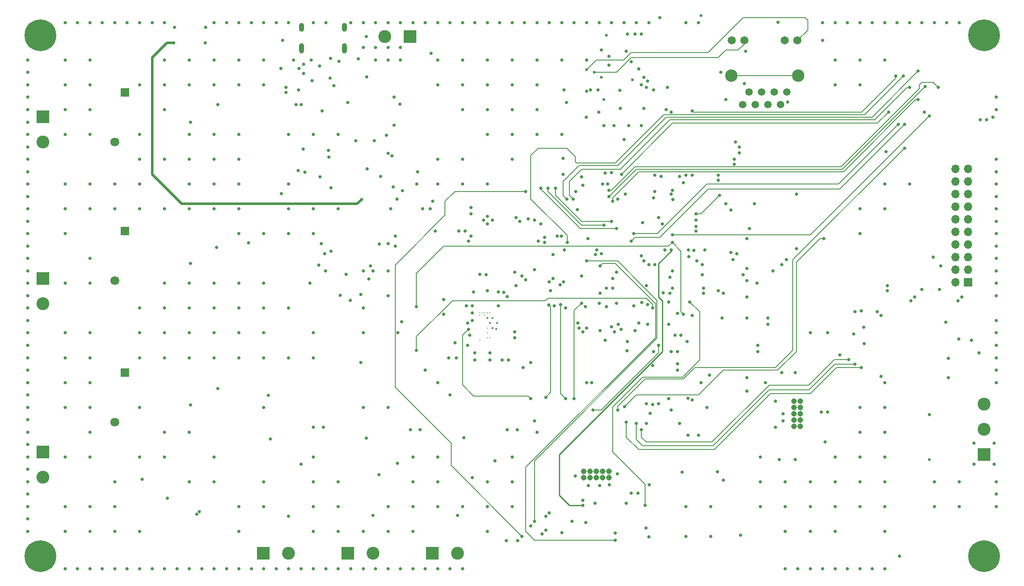
<source format=gbr>
%TF.GenerationSoftware,KiCad,Pcbnew,8.0.7*%
%TF.CreationDate,2025-11-12T22:50:05-06:00*%
%TF.ProjectId,EnergyMonitoringSystem,456e6572-6779-44d6-9f6e-69746f72696e,rev?*%
%TF.SameCoordinates,PX1c9c380PY91e9840*%
%TF.FileFunction,Copper,L3,Inr*%
%TF.FilePolarity,Positive*%
%FSLAX46Y46*%
G04 Gerber Fmt 4.6, Leading zero omitted, Abs format (unit mm)*
G04 Created by KiCad (PCBNEW 8.0.7) date 2025-11-12 22:50:05*
%MOMM*%
%LPD*%
G01*
G04 APERTURE LIST*
%TA.AperFunction,ComponentPad*%
%ADD10R,1.700000X1.700000*%
%TD*%
%TA.AperFunction,ComponentPad*%
%ADD11O,1.700000X1.700000*%
%TD*%
%TA.AperFunction,ComponentPad*%
%ADD12C,6.400000*%
%TD*%
%TA.AperFunction,ComponentPad*%
%ADD13C,1.500000*%
%TD*%
%TA.AperFunction,ComponentPad*%
%ADD14C,2.500000*%
%TD*%
%TA.AperFunction,ComponentPad*%
%ADD15C,1.650000*%
%TD*%
%TA.AperFunction,ComponentPad*%
%ADD16R,2.600000X2.600000*%
%TD*%
%TA.AperFunction,ComponentPad*%
%ADD17C,2.600000*%
%TD*%
%TA.AperFunction,ComponentPad*%
%ADD18C,1.143000*%
%TD*%
%TA.AperFunction,ComponentPad*%
%ADD19R,1.800000X1.800000*%
%TD*%
%TA.AperFunction,ComponentPad*%
%ADD20C,1.800000*%
%TD*%
%TA.AperFunction,ComponentPad*%
%ADD21O,1.000000X2.100000*%
%TD*%
%TA.AperFunction,ComponentPad*%
%ADD22O,1.000000X1.800000*%
%TD*%
%TA.AperFunction,ViaPad*%
%ADD23C,0.650000*%
%TD*%
%TA.AperFunction,ViaPad*%
%ADD24C,0.280000*%
%TD*%
%TA.AperFunction,ViaPad*%
%ADD25C,0.400000*%
%TD*%
%TA.AperFunction,ViaPad*%
%ADD26C,0.600000*%
%TD*%
%TA.AperFunction,Conductor*%
%ADD27C,0.500000*%
%TD*%
%TA.AperFunction,Conductor*%
%ADD28C,0.200000*%
%TD*%
%TA.AperFunction,Conductor*%
%ADD29C,0.230000*%
%TD*%
G04 APERTURE END LIST*
D10*
%TO.N,SPI5_SCK*%
%TO.C,J503*%
X191750000Y60210000D03*
D11*
%TO.N,+DCDC_1*%
X189210000Y60210000D03*
%TO.N,SPI5_MISO*%
X191750000Y62750000D03*
%TO.N,+DCDC_2*%
X189210000Y62750000D03*
%TO.N,SPI5_MOSI*%
X191750000Y65290000D03*
%TO.N,GND*%
X189210000Y65290000D03*
%TO.N,SPI5_CS*%
X191750000Y67830000D03*
%TO.N,unconnected-(J503-Pin_8-Pad8)*%
X189210000Y67830000D03*
%TO.N,unconnected-(J503-Pin_9-Pad9)*%
X191750000Y70370000D03*
%TO.N,unconnected-(J503-Pin_10-Pad10)*%
X189210000Y70370000D03*
%TO.N,unconnected-(J503-Pin_11-Pad11)*%
X191750000Y72910000D03*
%TO.N,ADS_SPI_SCK*%
X189210000Y72910000D03*
%TO.N,unconnected-(J503-Pin_13-Pad13)*%
X191750000Y75450000D03*
%TO.N,ADS_DOUT_uC_DIN*%
X189210000Y75450000D03*
%TO.N,unconnected-(J503-Pin_15-Pad15)*%
X191750000Y77990000D03*
%TO.N,ADS_DIN_uC_DOUT*%
X189210000Y77990000D03*
%TO.N,unconnected-(J503-Pin_17-Pad17)*%
X191750000Y80530000D03*
%TO.N,ADS_CS*%
X189210000Y80530000D03*
%TO.N,unconnected-(J503-Pin_19-Pad19)*%
X191750000Y83070000D03*
%TO.N,ADS_DRDY*%
X189210000Y83070000D03*
%TD*%
D12*
%TO.N,GND*%
%TO.C,H203*%
X195000000Y5000000D03*
%TD*%
D13*
%TO.N,/ETHERNET/RMII_TXP*%
%TO.C,J801*%
X155270000Y98540000D03*
%TO.N,/ETHERNET/ETH_DCDC2_FR*%
X154000000Y96000000D03*
%TO.N,/ETHERNET/RMII_TXN*%
X152730000Y98540000D03*
%TO.N,/ETHERNET/RMII_RXP*%
X151460000Y96000000D03*
%TO.N,/ETHERNET/ETH_DCDC2_FR*%
X150190000Y98540000D03*
%TO.N,/ETHERNET/RMII_RXN*%
X148920000Y96000000D03*
%TO.N,unconnected-(J801-Pad7)*%
X147650000Y98540000D03*
%TO.N,GND*%
X146380000Y96000000D03*
D14*
%TO.N,Net-(C812-Pad1)*%
X157555000Y101840000D03*
X144095000Y101840000D03*
D15*
%TO.N,Net-(J801-YEL_+)*%
X157450000Y108950000D03*
%TO.N,Net-(J801-YEL_-)*%
X154910000Y108950000D03*
%TO.N,Net-(J801-GRN_+)*%
X146740000Y108950000D03*
%TO.N,Net-(J801-GRN_-)*%
X144200000Y108950000D03*
%TD*%
D16*
%TO.N,Net-(J602-Pin_1)*%
%TO.C,J602*%
X5500000Y61000000D03*
D17*
%TO.N,GND*%
X5500000Y55920000D03*
%TD*%
D12*
%TO.N,GND*%
%TO.C,H201*%
X5000000Y110000000D03*
%TD*%
D16*
%TO.N,/ADC/CT_PhaseA_IN*%
%TO.C,J604*%
X49920000Y5600000D03*
D17*
%TO.N,GND*%
X55000000Y5600000D03*
%TD*%
D18*
%TO.N,+DCDC_1*%
%TO.C,J401*%
X158000000Y31170000D03*
%TO.N,/uCMain/DEBUG_JTMS-SWDIO-H*%
X156730000Y31170000D03*
%TO.N,GND*%
X158000000Y32440000D03*
%TO.N,/uCMain/DEBUG_JTCK-SWCLK-H*%
X156730000Y32440000D03*
%TO.N,GND*%
X158000000Y33710000D03*
%TO.N,/uCMain/DEBUG_JTDO-SWO-H*%
X156730000Y33710000D03*
%TO.N,unconnected-(J401-Pin_7-Pad7)*%
X158000000Y34980000D03*
%TO.N,unconnected-(J401-Pin_8-Pad8)*%
X156730000Y34980000D03*
%TO.N,GND*%
X158000000Y36250000D03*
%TO.N,/uCMain/NRST-H*%
X156730000Y36250000D03*
%TD*%
D12*
%TO.N,GND*%
%TO.C,H204*%
X5000000Y5000000D03*
%TD*%
D19*
%TO.N,Net-(J601-Pin_1)*%
%TO.C,R601*%
X22000000Y98500000D03*
D20*
%TO.N,GND*%
X20000000Y88500000D03*
%TD*%
D16*
%TO.N,/ADC/CT_PhaseC_IN*%
%TO.C,J606*%
X83920000Y5600000D03*
D17*
%TO.N,GND*%
X89000000Y5600000D03*
%TD*%
D12*
%TO.N,GND*%
%TO.C,H202*%
X195000000Y110000000D03*
%TD*%
D16*
%TO.N,GND2*%
%TO.C,J701*%
X195000000Y25500000D03*
D17*
%TO.N,Net-(J701-Pin_2)*%
X195000000Y30580000D03*
%TO.N,Net-(J701-Pin_3)*%
X195000000Y35660000D03*
%TD*%
D19*
%TO.N,Net-(J603-Pin_1)*%
%TO.C,R603*%
X22000000Y42000000D03*
D20*
%TO.N,GND*%
X20000000Y32000000D03*
%TD*%
D16*
%TO.N,/ADC/CT_PhaseB_IN*%
%TO.C,J605*%
X66920000Y5600000D03*
D17*
%TO.N,GND*%
X72000000Y5600000D03*
%TD*%
D16*
%TO.N,Net-(J601-Pin_1)*%
%TO.C,J601*%
X5500000Y93580000D03*
D17*
%TO.N,GND*%
X5500000Y88500000D03*
%TD*%
D16*
%TO.N,+5V_EXT*%
%TO.C,J202*%
X79412500Y109725000D03*
D17*
%TO.N,GND*%
X74332500Y109725000D03*
%TD*%
D19*
%TO.N,Net-(J602-Pin_1)*%
%TO.C,R602*%
X22000000Y70500000D03*
D20*
%TO.N,GND*%
X20000000Y60500000D03*
%TD*%
D18*
%TO.N,+DCDC_1*%
%TO.C,J502*%
X114430000Y20800000D03*
%TO.N,/BLE/BLE_SWDIO*%
X114430000Y22070000D03*
%TO.N,GND*%
X115700000Y20800000D03*
%TO.N,/BLE/BLE_SWDCLK*%
X115700000Y22070000D03*
%TO.N,GND*%
X116970000Y20800000D03*
%TO.N,unconnected-(J502-Pin_6-Pad6)*%
X116970000Y22070000D03*
%TO.N,unconnected-(J502-Pin_7-Pad7)*%
X118240000Y20800000D03*
%TO.N,unconnected-(J502-Pin_8-Pad8)*%
X118240000Y22070000D03*
%TO.N,GND*%
X119510000Y20800000D03*
%TO.N,BLE_RST*%
X119510000Y22070000D03*
%TD*%
D21*
%TO.N,GND*%
%TO.C,J201*%
X66232500Y107400000D03*
D22*
X66232500Y111580000D03*
D21*
X57592500Y107400000D03*
D22*
X57592500Y111580000D03*
%TD*%
D16*
%TO.N,Net-(J603-Pin_1)*%
%TO.C,J603*%
X5500000Y26000000D03*
D17*
%TO.N,GND*%
X5500000Y20920000D03*
%TD*%
D23*
%TO.N,GND*%
X173500000Y54250000D03*
%TO.N,SPI5_MOSI*%
X110000000Y9705000D03*
X174250000Y53500000D03*
%TO.N,SPI5_SCK*%
X112000000Y12000000D03*
%TO.N,GND*%
X169000000Y54250000D03*
%TO.N,SPI5_SCK*%
X170270980Y54479020D03*
%TO.N,+5V_EXT*%
X74712500Y89825000D03*
X83712500Y106325000D03*
%TO.N,GND*%
X50000000Y60000000D03*
X127000000Y31750000D03*
X12500000Y2500000D03*
X132750000Y49500000D03*
X15000000Y40000000D03*
X30000000Y85000000D03*
X2500000Y85000000D03*
X35250000Y92500000D03*
X85000000Y40000000D03*
X2500000Y80000000D03*
X95000000Y10000000D03*
X100000000Y15000000D03*
X10000000Y100000000D03*
X65000000Y75000000D03*
X40000000Y112500000D03*
X195500000Y93000000D03*
X71149999Y60900000D03*
X60000000Y25000000D03*
X82500000Y42500000D03*
X142000000Y102500000D03*
X25500000Y20500000D03*
X100000000Y90000000D03*
X197500000Y97500000D03*
X100000000Y95000000D03*
X197500000Y80000000D03*
X70000000Y35000000D03*
X45000000Y85000000D03*
X30000000Y112500000D03*
X92500000Y112500000D03*
X35250000Y64000000D03*
X115000000Y105000000D03*
X45000000Y90000000D03*
X119250000Y80000000D03*
X2500000Y102500000D03*
X98800000Y8100000D03*
X90000000Y100000000D03*
X91000000Y52000000D03*
X100000000Y100000000D03*
X52500000Y2500000D03*
X160000000Y2500000D03*
X95000000Y100000000D03*
X10000000Y75000000D03*
X25000000Y75000000D03*
X61712500Y94725000D03*
X112500000Y112500000D03*
X20000000Y10000000D03*
X90750000Y55500000D03*
X30000000Y55000000D03*
X157000000Y42000000D03*
D24*
X94500000Y53500000D03*
D23*
X194250000Y93000000D03*
X122500000Y112500000D03*
D25*
X96000000Y51000000D03*
D23*
X107750000Y58500000D03*
X147750000Y71000000D03*
X175000000Y30000000D03*
X126500000Y64500000D03*
X99000000Y30500000D03*
X2500000Y45000000D03*
X65000000Y15000000D03*
X197500000Y77500000D03*
X187500000Y112500000D03*
X146000000Y9250000D03*
X62000000Y31000000D03*
X55000000Y75000000D03*
X45000000Y60000000D03*
D25*
X97000000Y52000000D03*
D23*
X126900000Y10700000D03*
X57500000Y23500000D03*
X55000000Y45000000D03*
X35000000Y75000000D03*
X165000000Y10000000D03*
X25000000Y85000000D03*
X182500000Y112500000D03*
X197500000Y85000000D03*
X25000000Y50000000D03*
X77750000Y52250000D03*
X117250000Y99000000D03*
X185000000Y112500000D03*
X35000000Y30000000D03*
X85000000Y85000000D03*
X160000000Y50000000D03*
X30000000Y100000000D03*
X145750000Y87500000D03*
X40000000Y80000000D03*
X70612500Y109725000D03*
X131000000Y95000000D03*
X82500000Y2500000D03*
X119600000Y19400000D03*
X170900000Y47849999D03*
X170000000Y35000000D03*
X80000000Y20000000D03*
X61212500Y103825000D03*
X180000000Y112500000D03*
X141500000Y80750000D03*
X2500000Y57500000D03*
X2500000Y52500000D03*
X197500000Y75000000D03*
D24*
X93500000Y48500000D03*
D23*
X96500000Y24200000D03*
X100000000Y25000000D03*
X175000000Y40000000D03*
X175000000Y105000000D03*
X132250000Y59000000D03*
X2500000Y65000000D03*
X197500000Y70000000D03*
X2500000Y17500000D03*
X157500000Y2500000D03*
X57500000Y2500000D03*
X73475000Y81562500D03*
X10000000Y25000000D03*
X35000000Y60000000D03*
X75000000Y86225000D03*
X184750000Y65250000D03*
X45000000Y10000000D03*
X2500000Y67500000D03*
X2500000Y47500000D03*
X17500000Y112500000D03*
X2500000Y87500000D03*
X67500000Y2500000D03*
X140000000Y15000000D03*
X40000000Y75000000D03*
X105000000Y95000000D03*
X175000000Y2500000D03*
X57500000Y96000000D03*
X77900000Y78700000D03*
X40000000Y25000000D03*
X170000000Y75000000D03*
X102500000Y112500000D03*
X137200420Y64549580D03*
X93520980Y61770980D03*
X45000000Y70000000D03*
X69000000Y105225000D03*
X110450000Y98950000D03*
X104500000Y32250000D03*
X162500000Y109000000D03*
X95000000Y73500000D03*
X45000000Y112500000D03*
X10000000Y50000000D03*
X2500000Y32500000D03*
X121700000Y98900000D03*
X60000000Y50000000D03*
X35000000Y20000000D03*
X90000000Y105000000D03*
X117600000Y19200000D03*
X76800000Y77000000D03*
X147250000Y69000000D03*
X40000000Y100000000D03*
X25000000Y10000000D03*
X165000000Y25000000D03*
X22500000Y2500000D03*
X63512500Y79225000D03*
D25*
X95000000Y53000000D03*
D23*
X47500000Y112500000D03*
X2500000Y50000000D03*
X40000000Y2500000D03*
X190500000Y57250000D03*
X38185000Y108500000D03*
X80000000Y10000000D03*
X75000000Y57500000D03*
X95000000Y15000000D03*
X77500000Y107500000D03*
X63000000Y86750000D03*
X91500000Y49500000D03*
X151500000Y51750000D03*
X151500000Y53000000D03*
X45000000Y15000000D03*
X162500000Y2500000D03*
X160000000Y20000000D03*
X175000000Y10000000D03*
X190000000Y112500000D03*
X67500000Y112500000D03*
X60000000Y15000000D03*
X146500000Y61750000D03*
X50000000Y2500000D03*
X85000000Y25000000D03*
X135000000Y81750000D03*
X10000000Y10000000D03*
X90000000Y80000000D03*
X45000000Y50000000D03*
X2500000Y40000000D03*
X170000000Y25000000D03*
X87500000Y112500000D03*
X95000000Y95000000D03*
X2500000Y92500000D03*
X174300000Y41249999D03*
X10000000Y60000000D03*
X113250000Y52000000D03*
X60000000Y2500000D03*
X101500000Y72500000D03*
X175000000Y25000000D03*
X40500000Y67250000D03*
X149500000Y47500000D03*
X175000000Y80000000D03*
X30000000Y45000000D03*
X170000000Y105000000D03*
X40000000Y50000000D03*
X35000000Y2500000D03*
X50000000Y35000000D03*
X62400000Y62500000D03*
X40000000Y105000000D03*
X153500000Y112575000D03*
X45000000Y100000000D03*
X197500000Y72500000D03*
X178000000Y5000000D03*
X50000000Y70000000D03*
X89250000Y70500000D03*
X105000000Y30000000D03*
X62500000Y112500000D03*
X105000000Y90000000D03*
X87500000Y37500000D03*
X2500000Y70000000D03*
X25000000Y90000000D03*
X2500000Y82500000D03*
X100000000Y105000000D03*
X10000000Y2500000D03*
X170800000Y51149999D03*
X99250000Y44500000D03*
X163500000Y50000000D03*
X117500000Y112500000D03*
X167500000Y112500000D03*
X90000000Y85000000D03*
X100000000Y85000000D03*
X70000000Y107500000D03*
X197500000Y60000000D03*
X2500000Y35000000D03*
X45000000Y105000000D03*
X87250000Y44960000D03*
X10000000Y40000000D03*
X72000000Y13200000D03*
X2500000Y25000000D03*
X15000000Y30000000D03*
X95000000Y90000000D03*
X126500000Y101500000D03*
X85000000Y112500000D03*
X55000000Y112500000D03*
X62257776Y65984449D03*
X75000000Y105000000D03*
X137000000Y71500000D03*
X40000000Y45000000D03*
X175000000Y112500000D03*
X85000000Y2500000D03*
X30000000Y95000000D03*
X170000000Y30000000D03*
X124750000Y50500000D03*
X165000000Y105000000D03*
X119500000Y105750000D03*
X2500000Y20000000D03*
X35000000Y50000000D03*
X40000000Y20000000D03*
X75000000Y2500000D03*
X2500000Y60000000D03*
X2500000Y75000000D03*
X150000000Y20000000D03*
X87500000Y2500000D03*
X30000000Y60000000D03*
X163500000Y34000000D03*
X15000000Y25000000D03*
X70000000Y112500000D03*
X175000000Y75000000D03*
X15000000Y2500000D03*
X40750000Y96000000D03*
X75000000Y15000000D03*
X60000000Y90000000D03*
X110250000Y82000000D03*
X25000000Y55000000D03*
X144000000Y66250000D03*
X143000000Y97000000D03*
X15000000Y60000000D03*
X172500000Y112500000D03*
X56500000Y96000000D03*
X115000000Y112500000D03*
X143000000Y76000000D03*
X60000000Y45000000D03*
X125300000Y17700000D03*
X25000000Y112500000D03*
X15000000Y80000000D03*
X10000000Y80000000D03*
X114250000Y16250000D03*
X15000000Y50000000D03*
X114270000Y79750000D03*
X95000000Y80000000D03*
X110000000Y105000000D03*
X50000000Y105000000D03*
X72500000Y107500000D03*
X2500000Y12500000D03*
X75000000Y112500000D03*
X30000000Y30000000D03*
X35000000Y55000000D03*
X134000000Y49500000D03*
X92500000Y44500000D03*
X153750000Y24500000D03*
X97250000Y55500000D03*
X2500000Y37500000D03*
X102750000Y60750000D03*
X90000000Y95000000D03*
X157000000Y24500000D03*
X95000000Y105000000D03*
X35000000Y90000000D03*
X80000000Y15000000D03*
X70812500Y83025000D03*
X50000000Y50000000D03*
X117450000Y94450000D03*
X106500000Y69250000D03*
X2500000Y55000000D03*
X186250000Y63500000D03*
X105000000Y112500000D03*
X135000000Y9000000D03*
X128750000Y63750000D03*
X10000000Y105000000D03*
X2500000Y10000000D03*
X197500000Y57500000D03*
X114950000Y93450000D03*
X127500000Y8900000D03*
X95000000Y112500000D03*
X70725000Y101625000D03*
X2500000Y30000000D03*
X15000000Y75000000D03*
X57012500Y98975000D03*
X15000000Y45000000D03*
X38285000Y111600000D03*
X128750000Y81750000D03*
X80000000Y112500000D03*
X69500000Y57750000D03*
X146750000Y100250000D03*
X106000000Y9500000D03*
X138000000Y40000000D03*
X55000000Y80000000D03*
X76900000Y23700000D03*
X53412500Y103325000D03*
X40000000Y85000000D03*
X175000000Y20000000D03*
X106500000Y68250000D03*
X60000000Y112500000D03*
X165000000Y100000000D03*
X175000000Y35000000D03*
X79500000Y30500000D03*
X25000000Y2500000D03*
X50000000Y20000000D03*
X105000000Y105000000D03*
X110000000Y112500000D03*
X124000000Y17700000D03*
X30000000Y50000000D03*
X85000000Y105000000D03*
X149500000Y46250000D03*
X20000000Y75000000D03*
X20000000Y15000000D03*
X2500000Y97500000D03*
X141500000Y58500000D03*
X47500000Y2500000D03*
X114000000Y81475000D03*
X84000000Y76500000D03*
X10000000Y95000000D03*
X138500000Y58000000D03*
X197500000Y67500000D03*
X63500001Y66500000D03*
X77400000Y96100000D03*
X75000000Y10000000D03*
X66599999Y61775551D03*
X15000000Y105000000D03*
X141300000Y22000000D03*
X20000000Y2500000D03*
X145250000Y66000000D03*
X144000000Y74750000D03*
X20000000Y80000000D03*
X10000000Y112500000D03*
X175500000Y58500000D03*
X127600000Y19400000D03*
X160000000Y15000000D03*
X60000000Y75000000D03*
X72500000Y2500000D03*
X170000000Y70000000D03*
X85000000Y100000000D03*
X61362500Y81475000D03*
X107500000Y13750000D03*
X40000000Y60000000D03*
X170000000Y112500000D03*
X65000000Y10000000D03*
X150000000Y25000000D03*
X89000000Y13200000D03*
X122500000Y89000000D03*
X107500000Y60250000D03*
X115750000Y99000000D03*
X25000000Y80000000D03*
X101100000Y8100000D03*
X15000000Y100000000D03*
X80000000Y2500000D03*
X15000000Y95000000D03*
X35000000Y100000000D03*
X25000000Y25000000D03*
X60000000Y70000000D03*
X76212500Y97525000D03*
X172500000Y2500000D03*
X136250000Y81750000D03*
X170000000Y100000000D03*
X75000000Y35000000D03*
X155000000Y15000000D03*
X2500000Y42500000D03*
X149250000Y60000000D03*
X165000000Y2500000D03*
X126500000Y95250000D03*
X137000000Y72750000D03*
X147250000Y60500000D03*
X137500000Y112500000D03*
X45000000Y80000000D03*
X155000000Y10000000D03*
X162500000Y112500000D03*
X77500000Y112500000D03*
X20000000Y112500000D03*
X135000000Y112500000D03*
X10000000Y15000000D03*
X75000000Y62500000D03*
X155500000Y96500000D03*
X58012500Y104125000D03*
X135400000Y29400000D03*
X115000000Y98750000D03*
X2500000Y27500000D03*
X67400000Y56600000D03*
X15000000Y15000000D03*
X60000000Y31000000D03*
X165000000Y20000000D03*
X35000000Y85000000D03*
X165000000Y15000000D03*
X134500000Y80250000D03*
X2500000Y90000000D03*
X50000000Y55000000D03*
X45000000Y45000000D03*
X12500000Y112500000D03*
X133700000Y31750000D03*
X63112500Y85425000D03*
X35000000Y80000000D03*
X2500000Y22500000D03*
X180000000Y80000000D03*
X137520000Y29400000D03*
X101000000Y30500000D03*
X154250000Y42000000D03*
X70000000Y10000000D03*
D25*
X96000000Y53000000D03*
D23*
X133250000Y42500000D03*
X147250000Y63000000D03*
X40750000Y38750000D03*
X100000000Y112500000D03*
X165000000Y112500000D03*
X55000000Y70000000D03*
X108250000Y65760374D03*
X30000000Y75000000D03*
X119500000Y104000000D03*
X147000000Y106750000D03*
X127500000Y112500000D03*
X30600000Y16700000D03*
X177500000Y112500000D03*
X61600000Y68000000D03*
X167500000Y2500000D03*
X2500000Y15000000D03*
X50000000Y15000000D03*
X140000000Y9000000D03*
X17500000Y2500000D03*
X155000000Y2500000D03*
X160000000Y10000000D03*
X138250000Y61750000D03*
X60000000Y10000000D03*
X42500000Y112500000D03*
X162250000Y34000000D03*
X76012500Y79425000D03*
X104500000Y72750000D03*
X197500000Y82500000D03*
X55000000Y2500000D03*
X10000000Y90000000D03*
X45000000Y2500000D03*
X114250000Y50250000D03*
X115350000Y19250000D03*
X175000000Y15000000D03*
X118000000Y107000000D03*
X75000000Y107500000D03*
X15000000Y10000000D03*
X105000000Y100000000D03*
X64112500Y99825000D03*
X70000000Y50000000D03*
X81500000Y30500000D03*
X25000000Y35000000D03*
X120000000Y112500000D03*
X35250000Y35500000D03*
X25000000Y100000000D03*
X60000000Y20000000D03*
X15000000Y90000000D03*
X117000000Y66750000D03*
X42500000Y2500000D03*
X91750000Y69500000D03*
X58312500Y82425000D03*
X100500000Y50250000D03*
X15000000Y65000000D03*
X116000000Y40000000D03*
X52500000Y112500000D03*
X181000000Y57250000D03*
X125000000Y112500000D03*
X37500000Y2500000D03*
X182500000Y58750000D03*
X90000000Y2500000D03*
X10000000Y35000000D03*
X151000000Y40000000D03*
X88750000Y44960000D03*
X50000000Y112500000D03*
X117750000Y50500000D03*
X2500000Y62500000D03*
X95000000Y20000000D03*
X27500000Y2500000D03*
X62500000Y2500000D03*
X2500000Y72500000D03*
X35000000Y45000000D03*
X22500000Y112500000D03*
X80000000Y25000000D03*
X85000000Y80000000D03*
X132000000Y46250000D03*
X99000000Y57295000D03*
X27500000Y112500000D03*
X132250000Y78770003D03*
X92500000Y46000000D03*
X134200000Y21900000D03*
X116700000Y15700000D03*
X155000000Y20000000D03*
X50000000Y100000000D03*
X10000000Y45000000D03*
X50000000Y45000000D03*
X90000000Y15000000D03*
X65000000Y20000000D03*
X30000000Y25000000D03*
X77000000Y50000000D03*
X91750000Y75250000D03*
X77500000Y105000000D03*
X72500000Y105000000D03*
X25000000Y45000000D03*
X40000000Y55000000D03*
X97500000Y112500000D03*
X197500000Y62500000D03*
X10000000Y70000000D03*
X170000000Y2500000D03*
X2500000Y105000000D03*
X144750000Y85000000D03*
X110000000Y90000000D03*
X20000000Y20000000D03*
X85000000Y15000000D03*
X15000000Y35000000D03*
X45000000Y55000000D03*
X70000000Y2500000D03*
X90000000Y112500000D03*
X30000000Y105000000D03*
X30000000Y2500000D03*
X45000000Y75000000D03*
X122750000Y78000000D03*
X15000000Y112500000D03*
X65400000Y57600000D03*
X55000000Y55000000D03*
X75812500Y85725000D03*
X82500000Y112500000D03*
X135000000Y15000000D03*
X96000000Y72750000D03*
X54500000Y98500000D03*
X100000000Y20000000D03*
X40000000Y90000000D03*
X150000000Y15000000D03*
X107500000Y112500000D03*
X65000000Y90000000D03*
X110950000Y96450000D03*
X170000000Y20000000D03*
X55000000Y90000000D03*
X2500000Y100000000D03*
X77500000Y2500000D03*
X32500000Y2500000D03*
X170000000Y15000000D03*
X55000000Y13000000D03*
X65000000Y2500000D03*
X85000000Y20000000D03*
X2500000Y77500000D03*
X72500000Y112500000D03*
X54500000Y99500000D03*
X2500000Y95000000D03*
X197500000Y95000000D03*
X57912500Y87000000D03*
X197500000Y65000000D03*
X70000000Y55000000D03*
X35000000Y105000000D03*
X76212500Y91825000D03*
%TO.N,/USB/PD_IN_GD*%
X58022549Y102300735D03*
X57100000Y103300000D03*
D25*
%TO.N,+DCDC_1*%
X96796985Y50796985D03*
D23*
X32000000Y111600000D03*
X131750000Y61250000D03*
X123500000Y91750000D03*
X81000000Y82500000D03*
X104500000Y62750000D03*
X138500000Y59000000D03*
X118500000Y91750000D03*
X138750000Y66750000D03*
X121250000Y77000000D03*
X108500000Y55500000D03*
X110250000Y85175000D03*
X75000000Y68000000D03*
X95500000Y46000000D03*
X51300000Y28600000D03*
X112700000Y21200000D03*
D25*
X95500000Y52000000D03*
D23*
X95500000Y44500000D03*
X128750000Y78500000D03*
X186000000Y58750000D03*
X123000000Y15700000D03*
X110500000Y66750000D03*
X103700000Y11100000D03*
X70600000Y28800000D03*
X105250000Y68500000D03*
X76500000Y67500000D03*
X86250000Y53750000D03*
X86250000Y56750000D03*
X137000000Y70500000D03*
X72000000Y62500000D03*
X131250000Y99500000D03*
X90300000Y28900000D03*
X102250000Y43000000D03*
X37000000Y14000000D03*
X126000000Y91750000D03*
X127250000Y51750000D03*
X92250000Y58250000D03*
X83500000Y75000000D03*
X147250000Y57250000D03*
X112770000Y78500000D03*
X133250000Y53955000D03*
X118750000Y48500000D03*
X82000000Y75000000D03*
X95000000Y58500000D03*
X129750000Y113500000D03*
X100750000Y59500000D03*
X133750000Y81500000D03*
X71500000Y63500000D03*
X76500000Y69500000D03*
X121750000Y95250000D03*
X103750000Y44000000D03*
X69500000Y44000000D03*
X163000000Y28000000D03*
X53500000Y78100000D03*
X120500000Y91750000D03*
X147250000Y41000000D03*
X61100000Y63700000D03*
X138250000Y63750000D03*
X105750000Y72000000D03*
X36500000Y13500000D03*
%TO.N,+1V2*%
X75550000Y75050000D03*
X70000000Y62500000D03*
%TO.N,+DCDC_2*%
X31885000Y108500000D03*
X196750000Y93500000D03*
X142500000Y20300000D03*
X69700000Y76900000D03*
X168750000Y49750000D03*
%TO.N,-DCDC_1*%
X73150000Y21450000D03*
X92000000Y20800000D03*
X50900000Y37400000D03*
%TO.N,/uCMain/NRST*%
X132250000Y68250000D03*
X80750000Y55250000D03*
X134500000Y53750000D03*
%TO.N,+VDD_SDC*%
X155250000Y64750000D03*
X147250000Y53000000D03*
X147250000Y38250000D03*
%TO.N,/ADC/V_Phase_B_P*%
X46900000Y68200000D03*
X59250000Y60000000D03*
%TO.N,Net-(U401B-VLXSMPS)*%
X144500000Y64750000D03*
X132250000Y62500000D03*
%TO.N,+V_ISO*%
X194000000Y46000000D03*
D26*
X184000000Y24500000D03*
D23*
%TO.N,GND2*%
X197500000Y40000000D03*
X197500000Y42500000D03*
X197000000Y27750000D03*
X197500000Y52500000D03*
X197500000Y20000000D03*
X197500000Y15000000D03*
X192500000Y48500000D03*
X193000000Y23500000D03*
X187800000Y41000000D03*
X190000000Y20000000D03*
X197500000Y17500000D03*
X185000000Y15000000D03*
X197500000Y47500000D03*
X185000000Y20000000D03*
X197500000Y45000000D03*
X197000000Y23500000D03*
X187800000Y44849999D03*
X193000000Y27750000D03*
X197500000Y50000000D03*
X184000000Y33500000D03*
X190000000Y15000000D03*
%TO.N,+VBUSc*%
X65112500Y104725000D03*
X56012500Y105025000D03*
X59512500Y105025000D03*
X53743750Y108956250D03*
X66918750Y96418750D03*
X63312500Y101325000D03*
%TO.N,/uCMain/DEBUG_JTMS-SWDIO-H*%
X153000000Y31000000D03*
%TO.N,/uCMain/DEBUG_JTCK-SWCLK-H*%
X154500000Y32250000D03*
%TO.N,/uCMain/DEBUG_JTDO-SWO-H*%
X154500000Y33710000D03*
%TO.N,BLE_RST*%
X114800000Y11800000D03*
X102000000Y9000000D03*
X121200000Y21600000D03*
X102750000Y78500000D03*
%TO.N,Net-(U701-VSEL)*%
X187300000Y52149999D03*
X189900000Y48749999D03*
%TO.N,/USB/USB_CC1c*%
X63412500Y105325000D03*
X59712500Y100825000D03*
%TO.N,/ETHERNET/ETH_DCDC2_FR*%
X124010374Y104690000D03*
X125500000Y103250000D03*
X124750000Y110250000D03*
X123000000Y106750000D03*
D26*
X118000000Y101500000D03*
X138000000Y114000000D03*
X124250000Y101000000D03*
D23*
X123250000Y110250000D03*
D26*
X119000000Y110000000D03*
D23*
X126000000Y110250000D03*
D26*
%TO.N,Net-(U801-VDDCR)*%
X118500000Y97000000D03*
D23*
%TO.N,ADS_CS*%
X73275000Y67900000D03*
X130750000Y66750000D03*
X152500000Y62500000D03*
%TO.N,/eMMC/VDDI*%
X88500000Y48000000D03*
D24*
X93500000Y53500000D03*
D23*
%TO.N,/uCMain/BOOT0*%
X128250000Y55000000D03*
X80750000Y46500000D03*
%TO.N,ADS_DIN_uC_DOUT*%
X142500000Y58000000D03*
X103250000Y73000000D03*
X131750000Y58000000D03*
%TO.N,ADS_DOUT_uC_DIN*%
X130375000Y58125000D03*
X100750000Y73250000D03*
%TO.N,I2C1_SDA*%
X124000000Y68500000D03*
X179000000Y92000000D03*
X127250000Y55750000D03*
X121000000Y62250000D03*
%TO.N,/uCMain/NRST-H*%
X153000000Y36250000D03*
%TO.N,SPI1_SCK*%
X145750000Y86250000D03*
X130250000Y72000000D03*
%TO.N,UART4_TX*%
X137000000Y74000000D03*
X141750000Y77750000D03*
X132354020Y76895980D03*
%TO.N,UART4_RX*%
X121250000Y34500000D03*
X114750000Y55250000D03*
X179000000Y87250000D03*
%TO.N,GPIO_OUT_1*%
X120250000Y76500000D03*
X181750000Y97000000D03*
%TO.N,I2C1_SCL*%
X124500000Y70000000D03*
X126125000Y56125000D03*
X177750000Y92000000D03*
X120250000Y61000000D03*
%TO.N,GPIO_IN_1*%
X183125000Y99625000D03*
X119500000Y77500000D03*
%TO.N,GPIO_IN_2*%
X119500000Y78750000D03*
X185750000Y99500000D03*
%TO.N,ADC1_INP9*%
X175750000Y94500000D03*
X183000000Y94500000D03*
X122000000Y82000000D03*
%TO.N,SD_DETECT*%
X139250000Y35000000D03*
X121310000Y51750000D03*
X132000000Y34500000D03*
%TO.N,TIM4_CH1*%
X178750000Y101750000D03*
X111065745Y68250000D03*
%TO.N,SPI1_NSS*%
X129500000Y73250000D03*
X145000000Y88500000D03*
%TO.N,LDO_EN*%
X80800000Y80000000D03*
X120000000Y82260374D03*
%TO.N,DCDC_2_EN*%
X56900000Y82700000D03*
X118750000Y82250000D03*
X72250000Y88750000D03*
X68500000Y88750000D03*
%TO.N,ADC3_INP1*%
X132250000Y69750000D03*
X184000000Y93750000D03*
%TO.N,SPI1_MISO*%
X141500000Y81750000D03*
%TO.N,SPI1_MOSI*%
X127500000Y63750000D03*
X144750000Y84000000D03*
%TO.N,FDCAN2_TX*%
X181750000Y102750000D03*
X111000000Y77000000D03*
%TO.N,TIM4_CH2*%
X136250000Y94750000D03*
X114000000Y61500000D03*
X177250000Y101750000D03*
%TO.N,UART4_DE*%
X110750000Y55000000D03*
X162750000Y69000000D03*
X175250000Y86500000D03*
X122625000Y35125000D03*
%TO.N,FDCAN2_RX*%
X112250000Y77000000D03*
X180000000Y99500000D03*
%TO.N,SPI5_MISO*%
X189750000Y56500000D03*
X133250000Y46250000D03*
X133250000Y43750000D03*
X128270980Y43479020D03*
%TO.N,SPI5_CS*%
X114250000Y15250000D03*
X148750000Y76000000D03*
X132000000Y66750000D03*
%TO.N,ADS_STM32_CLKOUT*%
X108250000Y61000000D03*
X91750000Y74000000D03*
%TO.N,ADS_DRDY*%
X154250000Y63750000D03*
X127000000Y59500000D03*
X95000000Y72000000D03*
%TO.N,ADS_SYNC_RESET*%
X84500000Y70500000D03*
X126250000Y72250000D03*
%TO.N,ADS_SPI_SCK*%
X94250000Y72750000D03*
X131500000Y56250000D03*
%TO.N,uC_OTG_D+*%
X109678266Y59675266D03*
X109045000Y69515000D03*
%TO.N,uC_OTG_D-*%
X109955000Y69515000D03*
X110321734Y60318734D03*
%TO.N,SPI5_MOSI*%
X135375000Y36875000D03*
X106750000Y10250000D03*
%TO.N,SPI5_SCK*%
X136250000Y36500000D03*
X106750000Y13000000D03*
D26*
%TO.N,Net-(J801-YEL_+)*%
X115000000Y103000000D03*
%TO.N,Net-(J801-GRN_+)*%
X116500000Y102500000D03*
D23*
%TO.N,Net-(JP402-B)*%
X118000000Y66000000D03*
X142250000Y53000000D03*
X117750000Y58000000D03*
%TO.N,Net-(JP406-B)*%
X139750000Y41500000D03*
X113125000Y74875000D03*
X119000000Y59000000D03*
X120250000Y59000000D03*
X131500000Y51750000D03*
X121000000Y56000000D03*
%TO.N,eMMC_RSTn*%
X129500000Y47500000D03*
X116250000Y34500000D03*
D24*
%TO.N,/eMMC/SDMMC1_eMMC_RSTn_JP*%
X95000000Y50000000D03*
D23*
X91000000Y47500000D03*
%TO.N,Net-(U401A-PG9)*%
X126000000Y65500000D03*
%TO.N,/uCMain/TIM1_CH1*%
X105750000Y79175000D03*
X121000000Y71000000D03*
%TO.N,/uCMain/TIM1_CH2*%
X108750000Y79175000D03*
X120000000Y72455000D03*
%TO.N,/uCMain/TIM1_CH3*%
X118500000Y71750000D03*
X107250000Y79175000D03*
%TO.N,/uCMain/DEBUG_JTMS-SWDIO*%
X106750000Y37000000D03*
X107375000Y55625000D03*
%TO.N,/uCMain/DEBUG_JTCK-SWCLK*%
X109750000Y55750000D03*
X110750000Y36750000D03*
%TO.N,/uCMain/DEBUG_JTDO-SWO*%
X124500000Y55500000D03*
%TO.N,BLE_INT*%
X126750000Y15250000D03*
X135750000Y56250000D03*
%TO.N,RMII_REF_CLK*%
X132000000Y78000000D03*
X132000000Y94500000D03*
%TO.N,SDMMC1_D2*%
X94750000Y61750000D03*
X113500000Y51000000D03*
%TO.N,SDMMC1_D3*%
X115000000Y40000000D03*
X115000000Y51000000D03*
%TO.N,SDMMC1_D6*%
X100500000Y62245000D03*
X90500000Y70500000D03*
%TO.N,SDMMC1_D7*%
X102000000Y61500000D03*
X91250000Y68500000D03*
%TO.N,/eMMC/SDMMC1_D3_R*%
X92000000Y54000000D03*
D24*
X93500000Y54000000D03*
D23*
%TO.N,/eMMC/SDMMC1_D4_R*%
X92000000Y52500000D03*
D24*
X94000000Y54000000D03*
D23*
%TO.N,/eMMC/SDMMC1_D5_R*%
X92000000Y55500000D03*
D24*
X94500000Y54000000D03*
%TO.N,/eMMC/SDMMC1_D6_R*%
X95000000Y54000000D03*
D23*
X97261250Y58238750D03*
D24*
%TO.N,/eMMC/SDMMC1_D7_R*%
X95500000Y54000000D03*
D23*
X98309308Y58190692D03*
%TO.N,/eMMC/SDMMC1_CMD_R*%
X98000000Y44500000D03*
D24*
X95000000Y49000000D03*
%TO.N,/eMMC/SDMMC1_CK_R*%
X95500000Y49000000D03*
D23*
X100500000Y49000000D03*
%TO.N,Net-(U901-DATA_STROBE)*%
X103750000Y36750000D03*
D24*
X95000000Y51000000D03*
D23*
X91250000Y50750000D03*
%TO.N,USART2_INV_485*%
X114000000Y56000000D03*
X123000000Y32000000D03*
X112500000Y36750000D03*
X170250000Y43000000D03*
%TO.N,SDMMC2_D1*%
X127750000Y33750000D03*
X115250000Y69000000D03*
%TO.N,USART2_RX*%
X157250000Y67000000D03*
X166000000Y45559999D03*
X157250000Y78000000D03*
X130000000Y81500000D03*
%TO.N,SDMMC2_CMD*%
X120625000Y50250000D03*
X129500000Y35750000D03*
%TO.N,BLE_TEST9*%
X120750000Y9625000D03*
X115000000Y64500000D03*
X104500000Y12000000D03*
%TO.N,SDMMC2_CK*%
X128275980Y35525980D03*
X120000000Y51250000D03*
%TO.N,SDMMC2_D2*%
X121940000Y50750000D03*
X131490000Y36740000D03*
%TO.N,RMII_TXD0*%
X126000000Y100000000D03*
X123250000Y48250000D03*
%TO.N,RMII_TXD1*%
X123125000Y46375000D03*
X127250000Y100720003D03*
%TO.N,ETH_NRST*%
X128500000Y77250000D03*
X128500000Y99000000D03*
%TO.N,USART2_TX*%
X119000000Y55250000D03*
X169000000Y43700000D03*
X125000000Y31750000D03*
%TO.N,USART2_DE*%
X167750000Y44649999D03*
X117500000Y56000000D03*
X126000000Y30500000D03*
%TO.N,BLE_TEST8*%
X120750000Y8250000D03*
X117750000Y63500000D03*
%TO.N,SDMMC2_D0*%
X116750000Y65750000D03*
X127000000Y35750000D03*
%TO.N,SDMMC2_D3*%
X128500000Y46250000D03*
X125500000Y52000000D03*
%TO.N,RMII_TX_EN*%
X118250000Y80000000D03*
X127000000Y99485000D03*
%TO.N,/uCMain/SPI5_SCK_R*%
X135581937Y65331937D03*
X136250000Y53500000D03*
%TO.N,/uCMain/SPI5_MOSI_R*%
X135500000Y66750000D03*
X135250000Y48250000D03*
%TO.N,SPI5_MISO*%
X136625000Y66625000D03*
X180250000Y56500000D03*
X175500000Y59500000D03*
%TD*%
D27*
%TO.N,+DCDC_2*%
X27500000Y105500000D02*
X27500000Y82000000D01*
X30500000Y108500000D02*
X27500000Y105500000D01*
X31885000Y108500000D02*
X30500000Y108500000D01*
X68800000Y76000000D02*
X69700000Y76900000D01*
X33500000Y76000000D02*
X68800000Y76000000D01*
X27500000Y82000000D02*
X33500000Y76000000D01*
D28*
%TO.N,/uCMain/NRST*%
X134000000Y54250000D02*
X134000000Y66500000D01*
X134500000Y53750000D02*
X134000000Y54250000D01*
X134000000Y66500000D02*
X132250000Y68250000D01*
X80750000Y55250000D02*
X80750000Y62000000D01*
X131455000Y67455000D02*
X132250000Y68250000D01*
X86205000Y67455000D02*
X131455000Y67455000D01*
X80750000Y62000000D02*
X86205000Y67455000D01*
%TO.N,BLE_RST*%
X87750000Y23250000D02*
X102000000Y9000000D01*
X86500000Y73750000D02*
X76455000Y63705000D01*
X86500000Y76500000D02*
X86500000Y73750000D01*
X102750000Y78500000D02*
X88500000Y78500000D01*
X88500000Y78500000D02*
X86500000Y76500000D01*
X76455000Y39045000D02*
X87750000Y27750000D01*
X87750000Y27750000D02*
X87750000Y23250000D01*
X76455000Y63705000D02*
X76455000Y39045000D01*
%TO.N,Net-(C812-Pad1)*%
X157555000Y101840000D02*
X144095000Y101840000D01*
%TO.N,/uCMain/BOOT0*%
X88000000Y56500000D02*
X80750000Y49250000D01*
X80750000Y49250000D02*
X80750000Y46500000D01*
X127000000Y57000000D02*
X107229253Y57000000D01*
X128250000Y55750000D02*
X127000000Y57000000D01*
X106729253Y56500000D02*
X88000000Y56500000D01*
X107229253Y57000000D02*
X106729253Y56500000D01*
X128250000Y55000000D02*
X128250000Y55750000D01*
%TO.N,I2C1_SDA*%
X124000000Y68500000D02*
X124750000Y69250000D01*
X139500000Y79000000D02*
X166000000Y79000000D01*
X124750000Y69250000D02*
X129750000Y69250000D01*
X129750000Y69250000D02*
X139500000Y79000000D01*
X166000000Y79000000D02*
X179000000Y92000000D01*
%TO.N,UART4_TX*%
X138000000Y74000000D02*
X137000000Y74000000D01*
X141750000Y77750000D02*
X138000000Y74000000D01*
%TO.N,UART4_RX*%
X153000000Y43000000D02*
X156500000Y46500000D01*
X156500000Y64750000D02*
X179000000Y87250000D01*
X121250000Y34500000D02*
X121250000Y35250000D01*
X121250000Y35250000D02*
X126750000Y40750000D01*
X126750000Y40750000D02*
X134500000Y40750000D01*
X136750000Y43000000D02*
X153000000Y43000000D01*
X156500000Y46500000D02*
X156500000Y64750000D01*
X134500000Y40750000D02*
X136750000Y43000000D01*
%TO.N,GPIO_OUT_1*%
X120250000Y77250000D02*
X125500000Y82500000D01*
X120250000Y76500000D02*
X120250000Y77250000D01*
X181250000Y97000000D02*
X181750000Y97000000D01*
X166750000Y82500000D02*
X181250000Y97000000D01*
X125500000Y82500000D02*
X166750000Y82500000D01*
%TO.N,I2C1_SCL*%
X124500000Y70000000D02*
X129250000Y70000000D01*
X129250000Y70000000D02*
X139250000Y80000000D01*
X165750000Y80000000D02*
X177750000Y92000000D01*
X139250000Y80000000D02*
X165750000Y80000000D01*
%TO.N,GPIO_IN_1*%
X166500000Y83000000D02*
X183125000Y99625000D01*
X125000000Y83000000D02*
X166500000Y83000000D01*
X119500000Y77500000D02*
X125000000Y83000000D01*
%TO.N,GPIO_IN_2*%
X120000000Y78750000D02*
X124705000Y83455000D01*
X124705000Y83455000D02*
X166205000Y83455000D01*
X184750000Y100500000D02*
X185750000Y99500000D01*
X166205000Y83455000D02*
X182000000Y99250000D01*
X182500000Y100500000D02*
X184750000Y100500000D01*
X182000000Y99250000D02*
X182000000Y100000000D01*
X182000000Y100000000D02*
X182500000Y100500000D01*
X119500000Y78750000D02*
X120000000Y78750000D01*
%TO.N,ADC1_INP9*%
X132250000Y92250000D02*
X122000000Y82000000D01*
X175750000Y94500000D02*
X173500000Y92250000D01*
X173500000Y92250000D02*
X132250000Y92250000D01*
%TO.N,TIM4_CH1*%
X120750000Y84250000D02*
X130455000Y93955000D01*
X112750000Y85500000D02*
X112750000Y84500000D01*
X105250000Y87250000D02*
X111000000Y87250000D01*
X111000000Y87250000D02*
X112750000Y85500000D01*
X130455000Y93955000D02*
X170955000Y93955000D01*
X111065745Y69684255D02*
X103750000Y77000000D01*
X112750000Y84500000D02*
X113000000Y84250000D01*
X170955000Y93955000D02*
X178750000Y101750000D01*
X111065745Y68250000D02*
X111065745Y69684255D01*
X103750000Y85750000D02*
X105250000Y87250000D01*
X113000000Y84250000D02*
X120750000Y84250000D01*
X103750000Y77000000D02*
X103750000Y85750000D01*
%TO.N,ADC3_INP1*%
X132250000Y69750000D02*
X160000000Y69750000D01*
X160000000Y69750000D02*
X184000000Y93750000D01*
%TO.N,FDCAN2_TX*%
X121250000Y83750000D02*
X131000000Y93500000D01*
X110250000Y77750000D02*
X110250000Y80500000D01*
X113500000Y83750000D02*
X121250000Y83750000D01*
X110250000Y80500000D02*
X113500000Y83750000D01*
X172500000Y93500000D02*
X181750000Y102750000D01*
X111000000Y77000000D02*
X110250000Y77750000D01*
X131000000Y93500000D02*
X172500000Y93500000D01*
%TO.N,TIM4_CH2*%
X177250000Y101750000D02*
X177250000Y101375000D01*
X170375000Y94500000D02*
X136500000Y94500000D01*
X177250000Y101375000D02*
X170375000Y94500000D01*
X136500000Y94500000D02*
X136250000Y94750000D01*
%TO.N,UART4_DE*%
X125000000Y37500000D02*
X137510374Y37500000D01*
X162000000Y69000000D02*
X162750000Y69000000D01*
X122625000Y35125000D02*
X125000000Y37500000D01*
X137510374Y37500000D02*
X142510374Y42500000D01*
X142510374Y42500000D02*
X153479253Y42500000D01*
X157250000Y64250000D02*
X162000000Y69000000D01*
X157250000Y46270747D02*
X157250000Y64250000D01*
X153479253Y42500000D02*
X157250000Y46270747D01*
%TO.N,FDCAN2_RX*%
X131750000Y93000000D02*
X121750000Y83000000D01*
X179500000Y99500000D02*
X173000000Y93000000D01*
X114000000Y83000000D02*
X111500000Y80500000D01*
X180000000Y99500000D02*
X179500000Y99500000D01*
X173000000Y93000000D02*
X131750000Y93000000D01*
X111500000Y80500000D02*
X111500000Y77750000D01*
X111500000Y77750000D02*
X112250000Y77000000D01*
X121750000Y83000000D02*
X114000000Y83000000D01*
D29*
%TO.N,SPI5_CS*%
X130250000Y56500000D02*
X130250000Y46250000D01*
X129500000Y57250000D02*
X130250000Y56500000D01*
X109500000Y17250000D02*
X111500000Y15250000D01*
X130250000Y46250000D02*
X109500000Y25500000D01*
X132000000Y66500000D02*
X129500000Y64000000D01*
X109500000Y25500000D02*
X109500000Y17250000D01*
X132000000Y66750000D02*
X132000000Y66500000D01*
X129500000Y64000000D02*
X129500000Y57250000D01*
X111500000Y15250000D02*
X114250000Y15250000D01*
D28*
%TO.N,Net-(J801-YEL_+)*%
X159500000Y111000000D02*
X157450000Y108950000D01*
X146500000Y113500000D02*
X159000000Y113500000D01*
X116980000Y104980000D02*
X122480000Y104980000D01*
X159500000Y113000000D02*
X159500000Y111000000D01*
X115000000Y103000000D02*
X116980000Y104980000D01*
X159000000Y113500000D02*
X159500000Y113000000D01*
X122480000Y104980000D02*
X124000000Y106500000D01*
X139500000Y106500000D02*
X146500000Y113500000D01*
X124000000Y106500000D02*
X139500000Y106500000D01*
%TO.N,Net-(J801-GRN_+)*%
X145500000Y107000000D02*
X146740000Y108240000D01*
X124000000Y105500000D02*
X141500000Y105500000D01*
X146740000Y108240000D02*
X146740000Y108950000D01*
X116500000Y102500000D02*
X116520000Y102520000D01*
X143000000Y107000000D02*
X145500000Y107000000D01*
X116520000Y102520000D02*
X121020000Y102520000D01*
X121020000Y102520000D02*
X124000000Y105500000D01*
X141500000Y105500000D02*
X143000000Y107000000D01*
%TO.N,eMMC_RSTn*%
X129500000Y46000000D02*
X118000000Y34500000D01*
X129500000Y47500000D02*
X129500000Y46000000D01*
X118000000Y34500000D02*
X116250000Y34500000D01*
%TO.N,/uCMain/TIM1_CH1*%
X105750000Y79000000D02*
X105750000Y79175000D01*
X113750000Y71000000D02*
X105750000Y79000000D01*
X121000000Y71000000D02*
X113750000Y71000000D01*
%TO.N,/uCMain/TIM1_CH2*%
X120000000Y72455000D02*
X119955000Y72500000D01*
X108750000Y77750000D02*
X108750000Y79175000D01*
X114000000Y72500000D02*
X108750000Y77750000D01*
X119955000Y72500000D02*
X114000000Y72500000D01*
%TO.N,/uCMain/TIM1_CH3*%
X118500000Y71750000D02*
X114000000Y71750000D01*
X114000000Y71750000D02*
X107250000Y78500000D01*
X107250000Y78500000D02*
X107250000Y79175000D01*
%TO.N,/uCMain/DEBUG_JTMS-SWDIO*%
X107750000Y38000000D02*
X106750000Y37000000D01*
X107375000Y55625000D02*
X107750000Y55250000D01*
X107750000Y55250000D02*
X107750000Y38000000D01*
%TO.N,/uCMain/DEBUG_JTCK-SWCLK*%
X109750000Y37750000D02*
X109750000Y55750000D01*
X110750000Y36750000D02*
X109750000Y37750000D01*
%TO.N,BLE_INT*%
X120750000Y25479253D02*
X126750000Y19479253D01*
X120250000Y26000000D02*
X120750000Y25500000D01*
X134320000Y41070000D02*
X126299253Y41070000D01*
X120750000Y25500000D02*
X120750000Y25479253D01*
X137750000Y44500000D02*
X134320000Y41070000D01*
X137750000Y54250000D02*
X137750000Y44500000D01*
X126750000Y19479253D02*
X126750000Y15250000D01*
X120250000Y35020747D02*
X120250000Y26000000D01*
X135750000Y56250000D02*
X137750000Y54250000D01*
X126299253Y41070000D02*
X120250000Y35020747D01*
%TO.N,Net-(U901-DATA_STROBE)*%
X90000000Y49500000D02*
X90000000Y39500000D01*
X103250000Y37250000D02*
X103750000Y36750000D01*
X92250000Y37250000D02*
X103250000Y37250000D01*
X90000000Y39500000D02*
X92250000Y37250000D01*
X91250000Y50750000D02*
X90000000Y49500000D01*
%TO.N,USART2_INV_485*%
X152000000Y37750000D02*
X140750000Y26500000D01*
X165250000Y43000000D02*
X160000000Y37750000D01*
X125500000Y26500000D02*
X123000000Y29000000D01*
X123000000Y29000000D02*
X123000000Y32000000D01*
X160000000Y37750000D02*
X152000000Y37750000D01*
X140750000Y26500000D02*
X125500000Y26500000D01*
X114000000Y56000000D02*
X112500000Y54500000D01*
X170250000Y43000000D02*
X165250000Y43000000D01*
X112500000Y54500000D02*
X112500000Y36750000D01*
%TO.N,BLE_TEST9*%
X126455000Y59274253D02*
X126774253Y58955000D01*
X121250000Y64500000D02*
X126455000Y59295000D01*
X126774253Y58955000D02*
X126795000Y58955000D01*
X129165000Y48915000D02*
X104500000Y24250000D01*
X129165000Y56585000D02*
X129165000Y48915000D01*
X126795000Y58955000D02*
X129165000Y56585000D01*
X115000000Y64500000D02*
X121250000Y64500000D01*
X104500000Y24250000D02*
X104500000Y12000000D01*
X126455000Y59295000D02*
X126455000Y59274253D01*
%TO.N,USART2_TX*%
X164950000Y43700000D02*
X169000000Y43700000D01*
X125000000Y28500000D02*
X126250000Y27250000D01*
X151750000Y38500000D02*
X159750000Y38500000D01*
X159750000Y38500000D02*
X164950000Y43700000D01*
X126250000Y27250000D02*
X140500000Y27250000D01*
X125000000Y31750000D02*
X125000000Y28500000D01*
X140500000Y27250000D02*
X151750000Y38500000D01*
%TO.N,USART2_DE*%
X126000000Y30500000D02*
X126000000Y29000000D01*
X140250000Y28000000D02*
X151705000Y39455000D01*
X151705000Y39455000D02*
X159705000Y39455000D01*
X159705000Y39455000D02*
X164899999Y44649999D01*
X164899999Y44649999D02*
X167750000Y44649999D01*
X126000000Y29000000D02*
X127000000Y28000000D01*
X127000000Y28000000D02*
X140250000Y28000000D01*
%TO.N,BLE_TEST8*%
X120750000Y64000000D02*
X128845000Y55905000D01*
X102750000Y22952548D02*
X102750000Y10000000D01*
X128845000Y55905000D02*
X128845000Y49047548D01*
X117750000Y63500000D02*
X118250000Y64000000D01*
X118250000Y64000000D02*
X120750000Y64000000D01*
X102750000Y10000000D02*
X104500000Y8250000D01*
X128845000Y49047548D02*
X102750000Y22952548D01*
X104500000Y8250000D02*
X120750000Y8250000D01*
%TD*%
M02*

</source>
